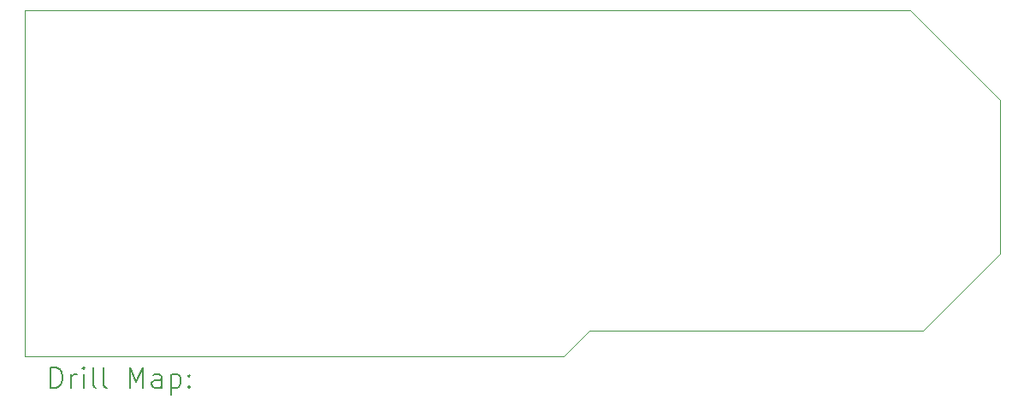
<source format=gbr>
%TF.GenerationSoftware,KiCad,Pcbnew,7.0.11+dfsg-1build4*%
%TF.CreationDate,2025-01-19T09:07:36-05:00*%
%TF.ProjectId,ThermocoupleBoard,54686572-6d6f-4636-9f75-706c65426f61,rev?*%
%TF.SameCoordinates,Original*%
%TF.FileFunction,Drillmap*%
%TF.FilePolarity,Positive*%
%FSLAX45Y45*%
G04 Gerber Fmt 4.5, Leading zero omitted, Abs format (unit mm)*
G04 Created by KiCad (PCBNEW 7.0.11+dfsg-1build4) date 2025-01-19 09:07:36*
%MOMM*%
%LPD*%
G01*
G04 APERTURE LIST*
%ADD10C,0.050000*%
%ADD11C,0.200000*%
G04 APERTURE END LIST*
D10*
X16764000Y-8890000D02*
X16764000Y-10414000D01*
X15875000Y-8001000D02*
X16764000Y-8890000D01*
X12700000Y-11176000D02*
X12446000Y-11430000D01*
X12446000Y-11430000D02*
X7112000Y-11430000D01*
X7112000Y-11430000D02*
X7112000Y-8001000D01*
X16764000Y-10414000D02*
X16002000Y-11176000D01*
X7112000Y-8001000D02*
X15875000Y-8001000D01*
X16002000Y-11176000D02*
X12700000Y-11176000D01*
D11*
X7370277Y-11743984D02*
X7370277Y-11543984D01*
X7370277Y-11543984D02*
X7417896Y-11543984D01*
X7417896Y-11543984D02*
X7446467Y-11553508D01*
X7446467Y-11553508D02*
X7465515Y-11572555D01*
X7465515Y-11572555D02*
X7475039Y-11591603D01*
X7475039Y-11591603D02*
X7484562Y-11629698D01*
X7484562Y-11629698D02*
X7484562Y-11658269D01*
X7484562Y-11658269D02*
X7475039Y-11696365D01*
X7475039Y-11696365D02*
X7465515Y-11715412D01*
X7465515Y-11715412D02*
X7446467Y-11734460D01*
X7446467Y-11734460D02*
X7417896Y-11743984D01*
X7417896Y-11743984D02*
X7370277Y-11743984D01*
X7570277Y-11743984D02*
X7570277Y-11610650D01*
X7570277Y-11648746D02*
X7579801Y-11629698D01*
X7579801Y-11629698D02*
X7589324Y-11620174D01*
X7589324Y-11620174D02*
X7608372Y-11610650D01*
X7608372Y-11610650D02*
X7627420Y-11610650D01*
X7694086Y-11743984D02*
X7694086Y-11610650D01*
X7694086Y-11543984D02*
X7684562Y-11553508D01*
X7684562Y-11553508D02*
X7694086Y-11563031D01*
X7694086Y-11563031D02*
X7703610Y-11553508D01*
X7703610Y-11553508D02*
X7694086Y-11543984D01*
X7694086Y-11543984D02*
X7694086Y-11563031D01*
X7817896Y-11743984D02*
X7798848Y-11734460D01*
X7798848Y-11734460D02*
X7789324Y-11715412D01*
X7789324Y-11715412D02*
X7789324Y-11543984D01*
X7922658Y-11743984D02*
X7903610Y-11734460D01*
X7903610Y-11734460D02*
X7894086Y-11715412D01*
X7894086Y-11715412D02*
X7894086Y-11543984D01*
X8151229Y-11743984D02*
X8151229Y-11543984D01*
X8151229Y-11543984D02*
X8217896Y-11686841D01*
X8217896Y-11686841D02*
X8284562Y-11543984D01*
X8284562Y-11543984D02*
X8284562Y-11743984D01*
X8465515Y-11743984D02*
X8465515Y-11639222D01*
X8465515Y-11639222D02*
X8455991Y-11620174D01*
X8455991Y-11620174D02*
X8436944Y-11610650D01*
X8436944Y-11610650D02*
X8398848Y-11610650D01*
X8398848Y-11610650D02*
X8379801Y-11620174D01*
X8465515Y-11734460D02*
X8446467Y-11743984D01*
X8446467Y-11743984D02*
X8398848Y-11743984D01*
X8398848Y-11743984D02*
X8379801Y-11734460D01*
X8379801Y-11734460D02*
X8370277Y-11715412D01*
X8370277Y-11715412D02*
X8370277Y-11696365D01*
X8370277Y-11696365D02*
X8379801Y-11677317D01*
X8379801Y-11677317D02*
X8398848Y-11667793D01*
X8398848Y-11667793D02*
X8446467Y-11667793D01*
X8446467Y-11667793D02*
X8465515Y-11658269D01*
X8560753Y-11610650D02*
X8560753Y-11810650D01*
X8560753Y-11620174D02*
X8579801Y-11610650D01*
X8579801Y-11610650D02*
X8617896Y-11610650D01*
X8617896Y-11610650D02*
X8636944Y-11620174D01*
X8636944Y-11620174D02*
X8646467Y-11629698D01*
X8646467Y-11629698D02*
X8655991Y-11648746D01*
X8655991Y-11648746D02*
X8655991Y-11705888D01*
X8655991Y-11705888D02*
X8646467Y-11724936D01*
X8646467Y-11724936D02*
X8636944Y-11734460D01*
X8636944Y-11734460D02*
X8617896Y-11743984D01*
X8617896Y-11743984D02*
X8579801Y-11743984D01*
X8579801Y-11743984D02*
X8560753Y-11734460D01*
X8741705Y-11724936D02*
X8751229Y-11734460D01*
X8751229Y-11734460D02*
X8741705Y-11743984D01*
X8741705Y-11743984D02*
X8732182Y-11734460D01*
X8732182Y-11734460D02*
X8741705Y-11724936D01*
X8741705Y-11724936D02*
X8741705Y-11743984D01*
X8741705Y-11620174D02*
X8751229Y-11629698D01*
X8751229Y-11629698D02*
X8741705Y-11639222D01*
X8741705Y-11639222D02*
X8732182Y-11629698D01*
X8732182Y-11629698D02*
X8741705Y-11620174D01*
X8741705Y-11620174D02*
X8741705Y-11639222D01*
M02*

</source>
